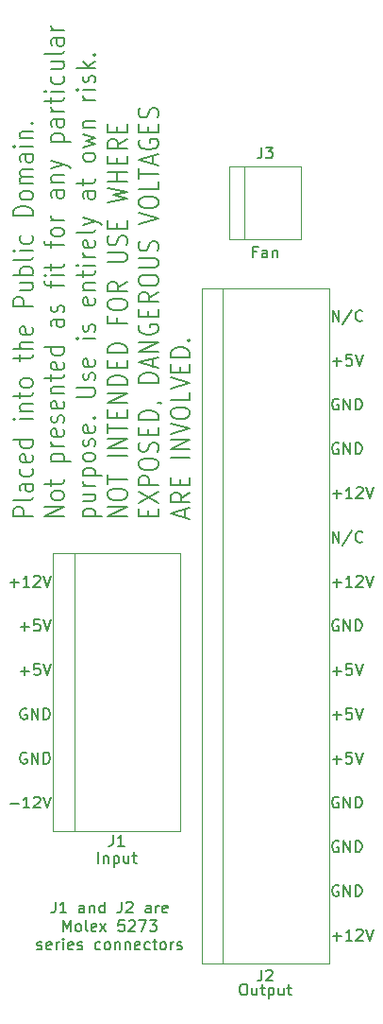
<source format=gto>
%TF.GenerationSoftware,KiCad,Pcbnew,(5.1.9)-1*%
%TF.CreationDate,2021-05-18T19:43:41+08:00*%
%TF.ProjectId,Tandy1000PowerGeneric,54616e64-7931-4303-9030-506f77657247,rev?*%
%TF.SameCoordinates,Original*%
%TF.FileFunction,Legend,Top*%
%TF.FilePolarity,Positive*%
%FSLAX46Y46*%
G04 Gerber Fmt 4.6, Leading zero omitted, Abs format (unit mm)*
G04 Created by KiCad (PCBNEW (5.1.9)-1) date 2021-05-18 19:43:41*
%MOMM*%
%LPD*%
G01*
G04 APERTURE LIST*
%ADD10C,0.150000*%
%ADD11C,0.200000*%
%ADD12C,0.120000*%
G04 APERTURE END LIST*
D10*
X154504047Y-127977380D02*
X154504047Y-128691666D01*
X154456428Y-128834523D01*
X154361190Y-128929761D01*
X154218333Y-128977380D01*
X154123095Y-128977380D01*
X155504047Y-128977380D02*
X154932619Y-128977380D01*
X155218333Y-128977380D02*
X155218333Y-127977380D01*
X155123095Y-128120238D01*
X155027857Y-128215476D01*
X154932619Y-128263095D01*
X157123095Y-128977380D02*
X157123095Y-128453571D01*
X157075476Y-128358333D01*
X156980238Y-128310714D01*
X156789761Y-128310714D01*
X156694523Y-128358333D01*
X157123095Y-128929761D02*
X157027857Y-128977380D01*
X156789761Y-128977380D01*
X156694523Y-128929761D01*
X156646904Y-128834523D01*
X156646904Y-128739285D01*
X156694523Y-128644047D01*
X156789761Y-128596428D01*
X157027857Y-128596428D01*
X157123095Y-128548809D01*
X157599285Y-128310714D02*
X157599285Y-128977380D01*
X157599285Y-128405952D02*
X157646904Y-128358333D01*
X157742142Y-128310714D01*
X157885000Y-128310714D01*
X157980238Y-128358333D01*
X158027857Y-128453571D01*
X158027857Y-128977380D01*
X158932619Y-128977380D02*
X158932619Y-127977380D01*
X158932619Y-128929761D02*
X158837380Y-128977380D01*
X158646904Y-128977380D01*
X158551666Y-128929761D01*
X158504047Y-128882142D01*
X158456428Y-128786904D01*
X158456428Y-128501190D01*
X158504047Y-128405952D01*
X158551666Y-128358333D01*
X158646904Y-128310714D01*
X158837380Y-128310714D01*
X158932619Y-128358333D01*
X160456428Y-127977380D02*
X160456428Y-128691666D01*
X160408809Y-128834523D01*
X160313571Y-128929761D01*
X160170714Y-128977380D01*
X160075476Y-128977380D01*
X160885000Y-128072619D02*
X160932619Y-128025000D01*
X161027857Y-127977380D01*
X161265952Y-127977380D01*
X161361190Y-128025000D01*
X161408809Y-128072619D01*
X161456428Y-128167857D01*
X161456428Y-128263095D01*
X161408809Y-128405952D01*
X160837380Y-128977380D01*
X161456428Y-128977380D01*
X163075476Y-128977380D02*
X163075476Y-128453571D01*
X163027857Y-128358333D01*
X162932619Y-128310714D01*
X162742142Y-128310714D01*
X162646904Y-128358333D01*
X163075476Y-128929761D02*
X162980238Y-128977380D01*
X162742142Y-128977380D01*
X162646904Y-128929761D01*
X162599285Y-128834523D01*
X162599285Y-128739285D01*
X162646904Y-128644047D01*
X162742142Y-128596428D01*
X162980238Y-128596428D01*
X163075476Y-128548809D01*
X163551666Y-128977380D02*
X163551666Y-128310714D01*
X163551666Y-128501190D02*
X163599285Y-128405952D01*
X163646904Y-128358333D01*
X163742142Y-128310714D01*
X163837380Y-128310714D01*
X164551666Y-128929761D02*
X164456428Y-128977380D01*
X164265952Y-128977380D01*
X164170714Y-128929761D01*
X164123095Y-128834523D01*
X164123095Y-128453571D01*
X164170714Y-128358333D01*
X164265952Y-128310714D01*
X164456428Y-128310714D01*
X164551666Y-128358333D01*
X164599285Y-128453571D01*
X164599285Y-128548809D01*
X164123095Y-128644047D01*
X155218333Y-130627380D02*
X155218333Y-129627380D01*
X155551666Y-130341666D01*
X155885000Y-129627380D01*
X155885000Y-130627380D01*
X156504047Y-130627380D02*
X156408809Y-130579761D01*
X156361190Y-130532142D01*
X156313571Y-130436904D01*
X156313571Y-130151190D01*
X156361190Y-130055952D01*
X156408809Y-130008333D01*
X156504047Y-129960714D01*
X156646904Y-129960714D01*
X156742142Y-130008333D01*
X156789761Y-130055952D01*
X156837380Y-130151190D01*
X156837380Y-130436904D01*
X156789761Y-130532142D01*
X156742142Y-130579761D01*
X156646904Y-130627380D01*
X156504047Y-130627380D01*
X157408809Y-130627380D02*
X157313571Y-130579761D01*
X157265952Y-130484523D01*
X157265952Y-129627380D01*
X158170714Y-130579761D02*
X158075476Y-130627380D01*
X157885000Y-130627380D01*
X157789761Y-130579761D01*
X157742142Y-130484523D01*
X157742142Y-130103571D01*
X157789761Y-130008333D01*
X157885000Y-129960714D01*
X158075476Y-129960714D01*
X158170714Y-130008333D01*
X158218333Y-130103571D01*
X158218333Y-130198809D01*
X157742142Y-130294047D01*
X158551666Y-130627380D02*
X159075476Y-129960714D01*
X158551666Y-129960714D02*
X159075476Y-130627380D01*
X160694523Y-129627380D02*
X160218333Y-129627380D01*
X160170714Y-130103571D01*
X160218333Y-130055952D01*
X160313571Y-130008333D01*
X160551666Y-130008333D01*
X160646904Y-130055952D01*
X160694523Y-130103571D01*
X160742142Y-130198809D01*
X160742142Y-130436904D01*
X160694523Y-130532142D01*
X160646904Y-130579761D01*
X160551666Y-130627380D01*
X160313571Y-130627380D01*
X160218333Y-130579761D01*
X160170714Y-130532142D01*
X161123095Y-129722619D02*
X161170714Y-129675000D01*
X161265952Y-129627380D01*
X161504047Y-129627380D01*
X161599285Y-129675000D01*
X161646904Y-129722619D01*
X161694523Y-129817857D01*
X161694523Y-129913095D01*
X161646904Y-130055952D01*
X161075476Y-130627380D01*
X161694523Y-130627380D01*
X162027857Y-129627380D02*
X162694523Y-129627380D01*
X162265952Y-130627380D01*
X162980238Y-129627380D02*
X163599285Y-129627380D01*
X163265952Y-130008333D01*
X163408809Y-130008333D01*
X163504047Y-130055952D01*
X163551666Y-130103571D01*
X163599285Y-130198809D01*
X163599285Y-130436904D01*
X163551666Y-130532142D01*
X163504047Y-130579761D01*
X163408809Y-130627380D01*
X163123095Y-130627380D01*
X163027857Y-130579761D01*
X162980238Y-130532142D01*
X152885000Y-132229761D02*
X152980238Y-132277380D01*
X153170714Y-132277380D01*
X153265952Y-132229761D01*
X153313571Y-132134523D01*
X153313571Y-132086904D01*
X153265952Y-131991666D01*
X153170714Y-131944047D01*
X153027857Y-131944047D01*
X152932619Y-131896428D01*
X152885000Y-131801190D01*
X152885000Y-131753571D01*
X152932619Y-131658333D01*
X153027857Y-131610714D01*
X153170714Y-131610714D01*
X153265952Y-131658333D01*
X154123095Y-132229761D02*
X154027857Y-132277380D01*
X153837380Y-132277380D01*
X153742142Y-132229761D01*
X153694523Y-132134523D01*
X153694523Y-131753571D01*
X153742142Y-131658333D01*
X153837380Y-131610714D01*
X154027857Y-131610714D01*
X154123095Y-131658333D01*
X154170714Y-131753571D01*
X154170714Y-131848809D01*
X153694523Y-131944047D01*
X154599285Y-132277380D02*
X154599285Y-131610714D01*
X154599285Y-131801190D02*
X154646904Y-131705952D01*
X154694523Y-131658333D01*
X154789761Y-131610714D01*
X154885000Y-131610714D01*
X155218333Y-132277380D02*
X155218333Y-131610714D01*
X155218333Y-131277380D02*
X155170714Y-131325000D01*
X155218333Y-131372619D01*
X155265952Y-131325000D01*
X155218333Y-131277380D01*
X155218333Y-131372619D01*
X156075476Y-132229761D02*
X155980238Y-132277380D01*
X155789761Y-132277380D01*
X155694523Y-132229761D01*
X155646904Y-132134523D01*
X155646904Y-131753571D01*
X155694523Y-131658333D01*
X155789761Y-131610714D01*
X155980238Y-131610714D01*
X156075476Y-131658333D01*
X156123095Y-131753571D01*
X156123095Y-131848809D01*
X155646904Y-131944047D01*
X156504047Y-132229761D02*
X156599285Y-132277380D01*
X156789761Y-132277380D01*
X156885000Y-132229761D01*
X156932619Y-132134523D01*
X156932619Y-132086904D01*
X156885000Y-131991666D01*
X156789761Y-131944047D01*
X156646904Y-131944047D01*
X156551666Y-131896428D01*
X156504047Y-131801190D01*
X156504047Y-131753571D01*
X156551666Y-131658333D01*
X156646904Y-131610714D01*
X156789761Y-131610714D01*
X156885000Y-131658333D01*
X158551666Y-132229761D02*
X158456428Y-132277380D01*
X158265952Y-132277380D01*
X158170714Y-132229761D01*
X158123095Y-132182142D01*
X158075476Y-132086904D01*
X158075476Y-131801190D01*
X158123095Y-131705952D01*
X158170714Y-131658333D01*
X158265952Y-131610714D01*
X158456428Y-131610714D01*
X158551666Y-131658333D01*
X159123095Y-132277380D02*
X159027857Y-132229761D01*
X158980238Y-132182142D01*
X158932619Y-132086904D01*
X158932619Y-131801190D01*
X158980238Y-131705952D01*
X159027857Y-131658333D01*
X159123095Y-131610714D01*
X159265952Y-131610714D01*
X159361190Y-131658333D01*
X159408809Y-131705952D01*
X159456428Y-131801190D01*
X159456428Y-132086904D01*
X159408809Y-132182142D01*
X159361190Y-132229761D01*
X159265952Y-132277380D01*
X159123095Y-132277380D01*
X159885000Y-131610714D02*
X159885000Y-132277380D01*
X159885000Y-131705952D02*
X159932619Y-131658333D01*
X160027857Y-131610714D01*
X160170714Y-131610714D01*
X160265952Y-131658333D01*
X160313571Y-131753571D01*
X160313571Y-132277380D01*
X160789761Y-131610714D02*
X160789761Y-132277380D01*
X160789761Y-131705952D02*
X160837380Y-131658333D01*
X160932619Y-131610714D01*
X161075476Y-131610714D01*
X161170714Y-131658333D01*
X161218333Y-131753571D01*
X161218333Y-132277380D01*
X162075476Y-132229761D02*
X161980238Y-132277380D01*
X161789761Y-132277380D01*
X161694523Y-132229761D01*
X161646904Y-132134523D01*
X161646904Y-131753571D01*
X161694523Y-131658333D01*
X161789761Y-131610714D01*
X161980238Y-131610714D01*
X162075476Y-131658333D01*
X162123095Y-131753571D01*
X162123095Y-131848809D01*
X161646904Y-131944047D01*
X162980238Y-132229761D02*
X162885000Y-132277380D01*
X162694523Y-132277380D01*
X162599285Y-132229761D01*
X162551666Y-132182142D01*
X162504047Y-132086904D01*
X162504047Y-131801190D01*
X162551666Y-131705952D01*
X162599285Y-131658333D01*
X162694523Y-131610714D01*
X162885000Y-131610714D01*
X162980238Y-131658333D01*
X163265952Y-131610714D02*
X163646904Y-131610714D01*
X163408809Y-131277380D02*
X163408809Y-132134523D01*
X163456428Y-132229761D01*
X163551666Y-132277380D01*
X163646904Y-132277380D01*
X164123095Y-132277380D02*
X164027857Y-132229761D01*
X163980238Y-132182142D01*
X163932619Y-132086904D01*
X163932619Y-131801190D01*
X163980238Y-131705952D01*
X164027857Y-131658333D01*
X164123095Y-131610714D01*
X164265952Y-131610714D01*
X164361190Y-131658333D01*
X164408809Y-131705952D01*
X164456428Y-131801190D01*
X164456428Y-132086904D01*
X164408809Y-132182142D01*
X164361190Y-132229761D01*
X164265952Y-132277380D01*
X164123095Y-132277380D01*
X164885000Y-132277380D02*
X164885000Y-131610714D01*
X164885000Y-131801190D02*
X164932619Y-131705952D01*
X164980238Y-131658333D01*
X165075476Y-131610714D01*
X165170714Y-131610714D01*
X165456428Y-132229761D02*
X165551666Y-132277380D01*
X165742142Y-132277380D01*
X165837380Y-132229761D01*
X165885000Y-132134523D01*
X165885000Y-132086904D01*
X165837380Y-131991666D01*
X165742142Y-131944047D01*
X165599285Y-131944047D01*
X165504047Y-131896428D01*
X165456428Y-131801190D01*
X165456428Y-131753571D01*
X165504047Y-131658333D01*
X165599285Y-131610714D01*
X165742142Y-131610714D01*
X165837380Y-131658333D01*
D11*
X152479166Y-93492857D02*
X150729166Y-93492857D01*
X150729166Y-92921428D01*
X150812500Y-92778571D01*
X150895833Y-92707142D01*
X151062500Y-92635714D01*
X151312500Y-92635714D01*
X151479166Y-92707142D01*
X151562500Y-92778571D01*
X151645833Y-92921428D01*
X151645833Y-93492857D01*
X152479166Y-91778571D02*
X152395833Y-91921428D01*
X152229166Y-91992857D01*
X150729166Y-91992857D01*
X152479166Y-90564285D02*
X151562500Y-90564285D01*
X151395833Y-90635714D01*
X151312500Y-90778571D01*
X151312500Y-91064285D01*
X151395833Y-91207142D01*
X152395833Y-90564285D02*
X152479166Y-90707142D01*
X152479166Y-91064285D01*
X152395833Y-91207142D01*
X152229166Y-91278571D01*
X152062500Y-91278571D01*
X151895833Y-91207142D01*
X151812500Y-91064285D01*
X151812500Y-90707142D01*
X151729166Y-90564285D01*
X152395833Y-89207142D02*
X152479166Y-89350000D01*
X152479166Y-89635714D01*
X152395833Y-89778571D01*
X152312500Y-89850000D01*
X152145833Y-89921428D01*
X151645833Y-89921428D01*
X151479166Y-89850000D01*
X151395833Y-89778571D01*
X151312500Y-89635714D01*
X151312500Y-89350000D01*
X151395833Y-89207142D01*
X152395833Y-87992857D02*
X152479166Y-88135714D01*
X152479166Y-88421428D01*
X152395833Y-88564285D01*
X152229166Y-88635714D01*
X151562500Y-88635714D01*
X151395833Y-88564285D01*
X151312500Y-88421428D01*
X151312500Y-88135714D01*
X151395833Y-87992857D01*
X151562500Y-87921428D01*
X151729166Y-87921428D01*
X151895833Y-88635714D01*
X152479166Y-86635714D02*
X150729166Y-86635714D01*
X152395833Y-86635714D02*
X152479166Y-86778571D01*
X152479166Y-87064285D01*
X152395833Y-87207142D01*
X152312500Y-87278571D01*
X152145833Y-87350000D01*
X151645833Y-87350000D01*
X151479166Y-87278571D01*
X151395833Y-87207142D01*
X151312500Y-87064285D01*
X151312500Y-86778571D01*
X151395833Y-86635714D01*
X152479166Y-84778571D02*
X151312500Y-84778571D01*
X150729166Y-84778571D02*
X150812500Y-84850000D01*
X150895833Y-84778571D01*
X150812500Y-84707142D01*
X150729166Y-84778571D01*
X150895833Y-84778571D01*
X151312500Y-84064285D02*
X152479166Y-84064285D01*
X151479166Y-84064285D02*
X151395833Y-83992857D01*
X151312500Y-83850000D01*
X151312500Y-83635714D01*
X151395833Y-83492857D01*
X151562500Y-83421428D01*
X152479166Y-83421428D01*
X151312500Y-82921428D02*
X151312500Y-82350000D01*
X150729166Y-82707142D02*
X152229166Y-82707142D01*
X152395833Y-82635714D01*
X152479166Y-82492857D01*
X152479166Y-82350000D01*
X152479166Y-81635714D02*
X152395833Y-81778571D01*
X152312500Y-81850000D01*
X152145833Y-81921428D01*
X151645833Y-81921428D01*
X151479166Y-81850000D01*
X151395833Y-81778571D01*
X151312500Y-81635714D01*
X151312500Y-81421428D01*
X151395833Y-81278571D01*
X151479166Y-81207142D01*
X151645833Y-81135714D01*
X152145833Y-81135714D01*
X152312500Y-81207142D01*
X152395833Y-81278571D01*
X152479166Y-81421428D01*
X152479166Y-81635714D01*
X151312500Y-79564285D02*
X151312500Y-78992857D01*
X150729166Y-79350000D02*
X152229166Y-79350000D01*
X152395833Y-79278571D01*
X152479166Y-79135714D01*
X152479166Y-78992857D01*
X152479166Y-78492857D02*
X150729166Y-78492857D01*
X152479166Y-77850000D02*
X151562500Y-77850000D01*
X151395833Y-77921428D01*
X151312500Y-78064285D01*
X151312500Y-78278571D01*
X151395833Y-78421428D01*
X151479166Y-78492857D01*
X152395833Y-76564285D02*
X152479166Y-76707142D01*
X152479166Y-76992857D01*
X152395833Y-77135714D01*
X152229166Y-77207142D01*
X151562500Y-77207142D01*
X151395833Y-77135714D01*
X151312500Y-76992857D01*
X151312500Y-76707142D01*
X151395833Y-76564285D01*
X151562500Y-76492857D01*
X151729166Y-76492857D01*
X151895833Y-77207142D01*
X152479166Y-74707142D02*
X150729166Y-74707142D01*
X150729166Y-74135714D01*
X150812500Y-73992857D01*
X150895833Y-73921428D01*
X151062500Y-73850000D01*
X151312500Y-73850000D01*
X151479166Y-73921428D01*
X151562500Y-73992857D01*
X151645833Y-74135714D01*
X151645833Y-74707142D01*
X151312500Y-72564285D02*
X152479166Y-72564285D01*
X151312500Y-73207142D02*
X152229166Y-73207142D01*
X152395833Y-73135714D01*
X152479166Y-72992857D01*
X152479166Y-72778571D01*
X152395833Y-72635714D01*
X152312500Y-72564285D01*
X152479166Y-71850000D02*
X150729166Y-71850000D01*
X151395833Y-71850000D02*
X151312500Y-71707142D01*
X151312500Y-71421428D01*
X151395833Y-71278571D01*
X151479166Y-71207142D01*
X151645833Y-71135714D01*
X152145833Y-71135714D01*
X152312500Y-71207142D01*
X152395833Y-71278571D01*
X152479166Y-71421428D01*
X152479166Y-71707142D01*
X152395833Y-71850000D01*
X152479166Y-70278571D02*
X152395833Y-70421428D01*
X152229166Y-70492857D01*
X150729166Y-70492857D01*
X152479166Y-69707142D02*
X151312500Y-69707142D01*
X150729166Y-69707142D02*
X150812500Y-69778571D01*
X150895833Y-69707142D01*
X150812500Y-69635714D01*
X150729166Y-69707142D01*
X150895833Y-69707142D01*
X152395833Y-68350000D02*
X152479166Y-68492857D01*
X152479166Y-68778571D01*
X152395833Y-68921428D01*
X152312500Y-68992857D01*
X152145833Y-69064285D01*
X151645833Y-69064285D01*
X151479166Y-68992857D01*
X151395833Y-68921428D01*
X151312500Y-68778571D01*
X151312500Y-68492857D01*
X151395833Y-68350000D01*
X152479166Y-66564285D02*
X150729166Y-66564285D01*
X150729166Y-66207142D01*
X150812500Y-65992857D01*
X150979166Y-65850000D01*
X151145833Y-65778571D01*
X151479166Y-65707142D01*
X151729166Y-65707142D01*
X152062500Y-65778571D01*
X152229166Y-65850000D01*
X152395833Y-65992857D01*
X152479166Y-66207142D01*
X152479166Y-66564285D01*
X152479166Y-64850000D02*
X152395833Y-64992857D01*
X152312500Y-65064285D01*
X152145833Y-65135714D01*
X151645833Y-65135714D01*
X151479166Y-65064285D01*
X151395833Y-64992857D01*
X151312500Y-64850000D01*
X151312500Y-64635714D01*
X151395833Y-64492857D01*
X151479166Y-64421428D01*
X151645833Y-64350000D01*
X152145833Y-64350000D01*
X152312500Y-64421428D01*
X152395833Y-64492857D01*
X152479166Y-64635714D01*
X152479166Y-64850000D01*
X152479166Y-63707142D02*
X151312500Y-63707142D01*
X151479166Y-63707142D02*
X151395833Y-63635714D01*
X151312500Y-63492857D01*
X151312500Y-63278571D01*
X151395833Y-63135714D01*
X151562500Y-63064285D01*
X152479166Y-63064285D01*
X151562500Y-63064285D02*
X151395833Y-62992857D01*
X151312500Y-62850000D01*
X151312500Y-62635714D01*
X151395833Y-62492857D01*
X151562500Y-62421428D01*
X152479166Y-62421428D01*
X152479166Y-61064285D02*
X151562500Y-61064285D01*
X151395833Y-61135714D01*
X151312500Y-61278571D01*
X151312500Y-61564285D01*
X151395833Y-61707142D01*
X152395833Y-61064285D02*
X152479166Y-61207142D01*
X152479166Y-61564285D01*
X152395833Y-61707142D01*
X152229166Y-61778571D01*
X152062500Y-61778571D01*
X151895833Y-61707142D01*
X151812500Y-61564285D01*
X151812500Y-61207142D01*
X151729166Y-61064285D01*
X152479166Y-60350000D02*
X151312500Y-60350000D01*
X150729166Y-60350000D02*
X150812500Y-60421428D01*
X150895833Y-60350000D01*
X150812500Y-60278571D01*
X150729166Y-60350000D01*
X150895833Y-60350000D01*
X151312500Y-59635714D02*
X152479166Y-59635714D01*
X151479166Y-59635714D02*
X151395833Y-59564285D01*
X151312500Y-59421428D01*
X151312500Y-59207142D01*
X151395833Y-59064285D01*
X151562500Y-58992857D01*
X152479166Y-58992857D01*
X152312500Y-58278571D02*
X152395833Y-58207142D01*
X152479166Y-58278571D01*
X152395833Y-58350000D01*
X152312500Y-58278571D01*
X152479166Y-58278571D01*
X155304166Y-93492857D02*
X153554166Y-93492857D01*
X155304166Y-92635714D01*
X153554166Y-92635714D01*
X155304166Y-91707142D02*
X155220833Y-91850000D01*
X155137500Y-91921428D01*
X154970833Y-91992857D01*
X154470833Y-91992857D01*
X154304166Y-91921428D01*
X154220833Y-91850000D01*
X154137500Y-91707142D01*
X154137500Y-91492857D01*
X154220833Y-91350000D01*
X154304166Y-91278571D01*
X154470833Y-91207142D01*
X154970833Y-91207142D01*
X155137500Y-91278571D01*
X155220833Y-91350000D01*
X155304166Y-91492857D01*
X155304166Y-91707142D01*
X154137500Y-90778571D02*
X154137500Y-90207142D01*
X153554166Y-90564285D02*
X155054166Y-90564285D01*
X155220833Y-90492857D01*
X155304166Y-90350000D01*
X155304166Y-90207142D01*
X154137500Y-88564285D02*
X155887500Y-88564285D01*
X154220833Y-88564285D02*
X154137500Y-88421428D01*
X154137500Y-88135714D01*
X154220833Y-87992857D01*
X154304166Y-87921428D01*
X154470833Y-87850000D01*
X154970833Y-87850000D01*
X155137500Y-87921428D01*
X155220833Y-87992857D01*
X155304166Y-88135714D01*
X155304166Y-88421428D01*
X155220833Y-88564285D01*
X155304166Y-87207142D02*
X154137500Y-87207142D01*
X154470833Y-87207142D02*
X154304166Y-87135714D01*
X154220833Y-87064285D01*
X154137500Y-86921428D01*
X154137500Y-86778571D01*
X155220833Y-85707142D02*
X155304166Y-85850000D01*
X155304166Y-86135714D01*
X155220833Y-86278571D01*
X155054166Y-86350000D01*
X154387500Y-86350000D01*
X154220833Y-86278571D01*
X154137500Y-86135714D01*
X154137500Y-85850000D01*
X154220833Y-85707142D01*
X154387500Y-85635714D01*
X154554166Y-85635714D01*
X154720833Y-86350000D01*
X155220833Y-85064285D02*
X155304166Y-84921428D01*
X155304166Y-84635714D01*
X155220833Y-84492857D01*
X155054166Y-84421428D01*
X154970833Y-84421428D01*
X154804166Y-84492857D01*
X154720833Y-84635714D01*
X154720833Y-84850000D01*
X154637500Y-84992857D01*
X154470833Y-85064285D01*
X154387500Y-85064285D01*
X154220833Y-84992857D01*
X154137500Y-84850000D01*
X154137500Y-84635714D01*
X154220833Y-84492857D01*
X155220833Y-83207142D02*
X155304166Y-83350000D01*
X155304166Y-83635714D01*
X155220833Y-83778571D01*
X155054166Y-83850000D01*
X154387500Y-83850000D01*
X154220833Y-83778571D01*
X154137500Y-83635714D01*
X154137500Y-83350000D01*
X154220833Y-83207142D01*
X154387500Y-83135714D01*
X154554166Y-83135714D01*
X154720833Y-83850000D01*
X154137500Y-82492857D02*
X155304166Y-82492857D01*
X154304166Y-82492857D02*
X154220833Y-82421428D01*
X154137500Y-82278571D01*
X154137500Y-82064285D01*
X154220833Y-81921428D01*
X154387500Y-81850000D01*
X155304166Y-81850000D01*
X154137500Y-81350000D02*
X154137500Y-80778571D01*
X153554166Y-81135714D02*
X155054166Y-81135714D01*
X155220833Y-81064285D01*
X155304166Y-80921428D01*
X155304166Y-80778571D01*
X155220833Y-79707142D02*
X155304166Y-79850000D01*
X155304166Y-80135714D01*
X155220833Y-80278571D01*
X155054166Y-80350000D01*
X154387500Y-80350000D01*
X154220833Y-80278571D01*
X154137500Y-80135714D01*
X154137500Y-79850000D01*
X154220833Y-79707142D01*
X154387500Y-79635714D01*
X154554166Y-79635714D01*
X154720833Y-80350000D01*
X155304166Y-78350000D02*
X153554166Y-78350000D01*
X155220833Y-78350000D02*
X155304166Y-78492857D01*
X155304166Y-78778571D01*
X155220833Y-78921428D01*
X155137500Y-78992857D01*
X154970833Y-79064285D01*
X154470833Y-79064285D01*
X154304166Y-78992857D01*
X154220833Y-78921428D01*
X154137500Y-78778571D01*
X154137500Y-78492857D01*
X154220833Y-78350000D01*
X155304166Y-75850000D02*
X154387500Y-75850000D01*
X154220833Y-75921428D01*
X154137500Y-76064285D01*
X154137500Y-76350000D01*
X154220833Y-76492857D01*
X155220833Y-75850000D02*
X155304166Y-75992857D01*
X155304166Y-76350000D01*
X155220833Y-76492857D01*
X155054166Y-76564285D01*
X154887500Y-76564285D01*
X154720833Y-76492857D01*
X154637500Y-76350000D01*
X154637500Y-75992857D01*
X154554166Y-75850000D01*
X155220833Y-75207142D02*
X155304166Y-75064285D01*
X155304166Y-74778571D01*
X155220833Y-74635714D01*
X155054166Y-74564285D01*
X154970833Y-74564285D01*
X154804166Y-74635714D01*
X154720833Y-74778571D01*
X154720833Y-74992857D01*
X154637500Y-75135714D01*
X154470833Y-75207142D01*
X154387500Y-75207142D01*
X154220833Y-75135714D01*
X154137500Y-74992857D01*
X154137500Y-74778571D01*
X154220833Y-74635714D01*
X154137500Y-72992857D02*
X154137500Y-72421428D01*
X155304166Y-72778571D02*
X153804166Y-72778571D01*
X153637500Y-72707142D01*
X153554166Y-72564285D01*
X153554166Y-72421428D01*
X155304166Y-71921428D02*
X154137500Y-71921428D01*
X153554166Y-71921428D02*
X153637500Y-71992857D01*
X153720833Y-71921428D01*
X153637500Y-71850000D01*
X153554166Y-71921428D01*
X153720833Y-71921428D01*
X154137500Y-71421428D02*
X154137500Y-70850000D01*
X153554166Y-71207142D02*
X155054166Y-71207142D01*
X155220833Y-71135714D01*
X155304166Y-70992857D01*
X155304166Y-70850000D01*
X154137500Y-69421428D02*
X154137500Y-68850000D01*
X155304166Y-69207142D02*
X153804166Y-69207142D01*
X153637500Y-69135714D01*
X153554166Y-68992857D01*
X153554166Y-68850000D01*
X155304166Y-68135714D02*
X155220833Y-68278571D01*
X155137500Y-68350000D01*
X154970833Y-68421428D01*
X154470833Y-68421428D01*
X154304166Y-68350000D01*
X154220833Y-68278571D01*
X154137500Y-68135714D01*
X154137500Y-67921428D01*
X154220833Y-67778571D01*
X154304166Y-67707142D01*
X154470833Y-67635714D01*
X154970833Y-67635714D01*
X155137500Y-67707142D01*
X155220833Y-67778571D01*
X155304166Y-67921428D01*
X155304166Y-68135714D01*
X155304166Y-66992857D02*
X154137500Y-66992857D01*
X154470833Y-66992857D02*
X154304166Y-66921428D01*
X154220833Y-66850000D01*
X154137500Y-66707142D01*
X154137500Y-66564285D01*
X155304166Y-64278571D02*
X154387500Y-64278571D01*
X154220833Y-64350000D01*
X154137500Y-64492857D01*
X154137500Y-64778571D01*
X154220833Y-64921428D01*
X155220833Y-64278571D02*
X155304166Y-64421428D01*
X155304166Y-64778571D01*
X155220833Y-64921428D01*
X155054166Y-64992857D01*
X154887500Y-64992857D01*
X154720833Y-64921428D01*
X154637500Y-64778571D01*
X154637500Y-64421428D01*
X154554166Y-64278571D01*
X154137500Y-63564285D02*
X155304166Y-63564285D01*
X154304166Y-63564285D02*
X154220833Y-63492857D01*
X154137500Y-63350000D01*
X154137500Y-63135714D01*
X154220833Y-62992857D01*
X154387500Y-62921428D01*
X155304166Y-62921428D01*
X154137500Y-62350000D02*
X155304166Y-61992857D01*
X154137500Y-61635714D02*
X155304166Y-61992857D01*
X155720833Y-62135714D01*
X155804166Y-62207142D01*
X155887500Y-62350000D01*
X154137500Y-59921428D02*
X155887500Y-59921428D01*
X154220833Y-59921428D02*
X154137500Y-59778571D01*
X154137500Y-59492857D01*
X154220833Y-59350000D01*
X154304166Y-59278571D01*
X154470833Y-59207142D01*
X154970833Y-59207142D01*
X155137500Y-59278571D01*
X155220833Y-59350000D01*
X155304166Y-59492857D01*
X155304166Y-59778571D01*
X155220833Y-59921428D01*
X155304166Y-57921428D02*
X154387500Y-57921428D01*
X154220833Y-57992857D01*
X154137500Y-58135714D01*
X154137500Y-58421428D01*
X154220833Y-58564285D01*
X155220833Y-57921428D02*
X155304166Y-58064285D01*
X155304166Y-58421428D01*
X155220833Y-58564285D01*
X155054166Y-58635714D01*
X154887500Y-58635714D01*
X154720833Y-58564285D01*
X154637500Y-58421428D01*
X154637500Y-58064285D01*
X154554166Y-57921428D01*
X155304166Y-57207142D02*
X154137500Y-57207142D01*
X154470833Y-57207142D02*
X154304166Y-57135714D01*
X154220833Y-57064285D01*
X154137500Y-56921428D01*
X154137500Y-56778571D01*
X154137500Y-56492857D02*
X154137500Y-55921428D01*
X153554166Y-56278571D02*
X155054166Y-56278571D01*
X155220833Y-56207142D01*
X155304166Y-56064285D01*
X155304166Y-55921428D01*
X155304166Y-55421428D02*
X154137500Y-55421428D01*
X153554166Y-55421428D02*
X153637500Y-55492857D01*
X153720833Y-55421428D01*
X153637500Y-55350000D01*
X153554166Y-55421428D01*
X153720833Y-55421428D01*
X155220833Y-54064285D02*
X155304166Y-54207142D01*
X155304166Y-54492857D01*
X155220833Y-54635714D01*
X155137500Y-54707142D01*
X154970833Y-54778571D01*
X154470833Y-54778571D01*
X154304166Y-54707142D01*
X154220833Y-54635714D01*
X154137500Y-54492857D01*
X154137500Y-54207142D01*
X154220833Y-54064285D01*
X154137500Y-52778571D02*
X155304166Y-52778571D01*
X154137500Y-53421428D02*
X155054166Y-53421428D01*
X155220833Y-53350000D01*
X155304166Y-53207142D01*
X155304166Y-52992857D01*
X155220833Y-52850000D01*
X155137500Y-52778571D01*
X155304166Y-51850000D02*
X155220833Y-51992857D01*
X155054166Y-52064285D01*
X153554166Y-52064285D01*
X155304166Y-50635714D02*
X154387500Y-50635714D01*
X154220833Y-50707142D01*
X154137500Y-50850000D01*
X154137500Y-51135714D01*
X154220833Y-51278571D01*
X155220833Y-50635714D02*
X155304166Y-50778571D01*
X155304166Y-51135714D01*
X155220833Y-51278571D01*
X155054166Y-51350000D01*
X154887500Y-51350000D01*
X154720833Y-51278571D01*
X154637500Y-51135714D01*
X154637500Y-50778571D01*
X154554166Y-50635714D01*
X155304166Y-49921428D02*
X154137500Y-49921428D01*
X154470833Y-49921428D02*
X154304166Y-49850000D01*
X154220833Y-49778571D01*
X154137500Y-49635714D01*
X154137500Y-49492857D01*
X156962500Y-93492857D02*
X158712500Y-93492857D01*
X157045833Y-93492857D02*
X156962500Y-93350000D01*
X156962500Y-93064285D01*
X157045833Y-92921428D01*
X157129166Y-92850000D01*
X157295833Y-92778571D01*
X157795833Y-92778571D01*
X157962500Y-92850000D01*
X158045833Y-92921428D01*
X158129166Y-93064285D01*
X158129166Y-93350000D01*
X158045833Y-93492857D01*
X156962500Y-91492857D02*
X158129166Y-91492857D01*
X156962500Y-92135714D02*
X157879166Y-92135714D01*
X158045833Y-92064285D01*
X158129166Y-91921428D01*
X158129166Y-91707142D01*
X158045833Y-91564285D01*
X157962500Y-91492857D01*
X158129166Y-90778571D02*
X156962500Y-90778571D01*
X157295833Y-90778571D02*
X157129166Y-90707142D01*
X157045833Y-90635714D01*
X156962500Y-90492857D01*
X156962500Y-90350000D01*
X156962500Y-89850000D02*
X158712500Y-89850000D01*
X157045833Y-89850000D02*
X156962500Y-89707142D01*
X156962500Y-89421428D01*
X157045833Y-89278571D01*
X157129166Y-89207142D01*
X157295833Y-89135714D01*
X157795833Y-89135714D01*
X157962500Y-89207142D01*
X158045833Y-89278571D01*
X158129166Y-89421428D01*
X158129166Y-89707142D01*
X158045833Y-89850000D01*
X158129166Y-88278571D02*
X158045833Y-88421428D01*
X157962500Y-88492857D01*
X157795833Y-88564285D01*
X157295833Y-88564285D01*
X157129166Y-88492857D01*
X157045833Y-88421428D01*
X156962500Y-88278571D01*
X156962500Y-88064285D01*
X157045833Y-87921428D01*
X157129166Y-87850000D01*
X157295833Y-87778571D01*
X157795833Y-87778571D01*
X157962500Y-87850000D01*
X158045833Y-87921428D01*
X158129166Y-88064285D01*
X158129166Y-88278571D01*
X158045833Y-87207142D02*
X158129166Y-87064285D01*
X158129166Y-86778571D01*
X158045833Y-86635714D01*
X157879166Y-86564285D01*
X157795833Y-86564285D01*
X157629166Y-86635714D01*
X157545833Y-86778571D01*
X157545833Y-86992857D01*
X157462500Y-87135714D01*
X157295833Y-87207142D01*
X157212500Y-87207142D01*
X157045833Y-87135714D01*
X156962500Y-86992857D01*
X156962500Y-86778571D01*
X157045833Y-86635714D01*
X158045833Y-85350000D02*
X158129166Y-85492857D01*
X158129166Y-85778571D01*
X158045833Y-85921428D01*
X157879166Y-85992857D01*
X157212500Y-85992857D01*
X157045833Y-85921428D01*
X156962500Y-85778571D01*
X156962500Y-85492857D01*
X157045833Y-85350000D01*
X157212500Y-85278571D01*
X157379166Y-85278571D01*
X157545833Y-85992857D01*
X157962500Y-84635714D02*
X158045833Y-84564285D01*
X158129166Y-84635714D01*
X158045833Y-84707142D01*
X157962500Y-84635714D01*
X158129166Y-84635714D01*
X156379166Y-82778571D02*
X157795833Y-82778571D01*
X157962500Y-82707142D01*
X158045833Y-82635714D01*
X158129166Y-82492857D01*
X158129166Y-82207142D01*
X158045833Y-82064285D01*
X157962500Y-81992857D01*
X157795833Y-81921428D01*
X156379166Y-81921428D01*
X158045833Y-81278571D02*
X158129166Y-81135714D01*
X158129166Y-80850000D01*
X158045833Y-80707142D01*
X157879166Y-80635714D01*
X157795833Y-80635714D01*
X157629166Y-80707142D01*
X157545833Y-80850000D01*
X157545833Y-81064285D01*
X157462500Y-81207142D01*
X157295833Y-81278571D01*
X157212500Y-81278571D01*
X157045833Y-81207142D01*
X156962500Y-81064285D01*
X156962500Y-80850000D01*
X157045833Y-80707142D01*
X158045833Y-79421428D02*
X158129166Y-79564285D01*
X158129166Y-79850000D01*
X158045833Y-79992857D01*
X157879166Y-80064285D01*
X157212500Y-80064285D01*
X157045833Y-79992857D01*
X156962500Y-79850000D01*
X156962500Y-79564285D01*
X157045833Y-79421428D01*
X157212500Y-79350000D01*
X157379166Y-79350000D01*
X157545833Y-80064285D01*
X158129166Y-77564285D02*
X156962500Y-77564285D01*
X156379166Y-77564285D02*
X156462500Y-77635714D01*
X156545833Y-77564285D01*
X156462500Y-77492857D01*
X156379166Y-77564285D01*
X156545833Y-77564285D01*
X158045833Y-76921428D02*
X158129166Y-76778571D01*
X158129166Y-76492857D01*
X158045833Y-76350000D01*
X157879166Y-76278571D01*
X157795833Y-76278571D01*
X157629166Y-76350000D01*
X157545833Y-76492857D01*
X157545833Y-76707142D01*
X157462500Y-76850000D01*
X157295833Y-76921428D01*
X157212500Y-76921428D01*
X157045833Y-76850000D01*
X156962500Y-76707142D01*
X156962500Y-76492857D01*
X157045833Y-76350000D01*
X158045833Y-73921428D02*
X158129166Y-74064285D01*
X158129166Y-74350000D01*
X158045833Y-74492857D01*
X157879166Y-74564285D01*
X157212500Y-74564285D01*
X157045833Y-74492857D01*
X156962500Y-74350000D01*
X156962500Y-74064285D01*
X157045833Y-73921428D01*
X157212500Y-73850000D01*
X157379166Y-73850000D01*
X157545833Y-74564285D01*
X156962500Y-73207142D02*
X158129166Y-73207142D01*
X157129166Y-73207142D02*
X157045833Y-73135714D01*
X156962500Y-72992857D01*
X156962500Y-72778571D01*
X157045833Y-72635714D01*
X157212500Y-72564285D01*
X158129166Y-72564285D01*
X156962500Y-72064285D02*
X156962500Y-71492857D01*
X156379166Y-71850000D02*
X157879166Y-71850000D01*
X158045833Y-71778571D01*
X158129166Y-71635714D01*
X158129166Y-71492857D01*
X158129166Y-70992857D02*
X156962500Y-70992857D01*
X156379166Y-70992857D02*
X156462500Y-71064285D01*
X156545833Y-70992857D01*
X156462500Y-70921428D01*
X156379166Y-70992857D01*
X156545833Y-70992857D01*
X158129166Y-70278571D02*
X156962500Y-70278571D01*
X157295833Y-70278571D02*
X157129166Y-70207142D01*
X157045833Y-70135714D01*
X156962500Y-69992857D01*
X156962500Y-69850000D01*
X158045833Y-68778571D02*
X158129166Y-68921428D01*
X158129166Y-69207142D01*
X158045833Y-69350000D01*
X157879166Y-69421428D01*
X157212500Y-69421428D01*
X157045833Y-69350000D01*
X156962500Y-69207142D01*
X156962500Y-68921428D01*
X157045833Y-68778571D01*
X157212500Y-68707142D01*
X157379166Y-68707142D01*
X157545833Y-69421428D01*
X158129166Y-67850000D02*
X158045833Y-67992857D01*
X157879166Y-68064285D01*
X156379166Y-68064285D01*
X156962500Y-67421428D02*
X158129166Y-67064285D01*
X156962500Y-66707142D02*
X158129166Y-67064285D01*
X158545833Y-67207142D01*
X158629166Y-67278571D01*
X158712500Y-67421428D01*
X158129166Y-64350000D02*
X157212500Y-64350000D01*
X157045833Y-64421428D01*
X156962500Y-64564285D01*
X156962500Y-64850000D01*
X157045833Y-64992857D01*
X158045833Y-64350000D02*
X158129166Y-64492857D01*
X158129166Y-64850000D01*
X158045833Y-64992857D01*
X157879166Y-65064285D01*
X157712500Y-65064285D01*
X157545833Y-64992857D01*
X157462500Y-64850000D01*
X157462500Y-64492857D01*
X157379166Y-64350000D01*
X156962500Y-63850000D02*
X156962500Y-63278571D01*
X156379166Y-63635714D02*
X157879166Y-63635714D01*
X158045833Y-63564285D01*
X158129166Y-63421428D01*
X158129166Y-63278571D01*
X158129166Y-61421428D02*
X158045833Y-61564285D01*
X157962500Y-61635714D01*
X157795833Y-61707142D01*
X157295833Y-61707142D01*
X157129166Y-61635714D01*
X157045833Y-61564285D01*
X156962500Y-61421428D01*
X156962500Y-61207142D01*
X157045833Y-61064285D01*
X157129166Y-60992857D01*
X157295833Y-60921428D01*
X157795833Y-60921428D01*
X157962500Y-60992857D01*
X158045833Y-61064285D01*
X158129166Y-61207142D01*
X158129166Y-61421428D01*
X156962500Y-60421428D02*
X158129166Y-60135714D01*
X157295833Y-59850000D01*
X158129166Y-59564285D01*
X156962500Y-59278571D01*
X156962500Y-58707142D02*
X158129166Y-58707142D01*
X157129166Y-58707142D02*
X157045833Y-58635714D01*
X156962500Y-58492857D01*
X156962500Y-58278571D01*
X157045833Y-58135714D01*
X157212500Y-58064285D01*
X158129166Y-58064285D01*
X158129166Y-56207142D02*
X156962500Y-56207142D01*
X157295833Y-56207142D02*
X157129166Y-56135714D01*
X157045833Y-56064285D01*
X156962500Y-55921428D01*
X156962500Y-55778571D01*
X158129166Y-55278571D02*
X156962500Y-55278571D01*
X156379166Y-55278571D02*
X156462500Y-55350000D01*
X156545833Y-55278571D01*
X156462500Y-55207142D01*
X156379166Y-55278571D01*
X156545833Y-55278571D01*
X158045833Y-54635714D02*
X158129166Y-54492857D01*
X158129166Y-54207142D01*
X158045833Y-54064285D01*
X157879166Y-53992857D01*
X157795833Y-53992857D01*
X157629166Y-54064285D01*
X157545833Y-54207142D01*
X157545833Y-54421428D01*
X157462500Y-54564285D01*
X157295833Y-54635714D01*
X157212500Y-54635714D01*
X157045833Y-54564285D01*
X156962500Y-54421428D01*
X156962500Y-54207142D01*
X157045833Y-54064285D01*
X158129166Y-53350000D02*
X156379166Y-53350000D01*
X157462500Y-53207142D02*
X158129166Y-52778571D01*
X156962500Y-52778571D02*
X157629166Y-53350000D01*
X157962500Y-52135714D02*
X158045833Y-52064285D01*
X158129166Y-52135714D01*
X158045833Y-52207142D01*
X157962500Y-52135714D01*
X158129166Y-52135714D01*
X160954166Y-93492857D02*
X159204166Y-93492857D01*
X160954166Y-92635714D01*
X159204166Y-92635714D01*
X159204166Y-91635714D02*
X159204166Y-91350000D01*
X159287500Y-91207142D01*
X159454166Y-91064285D01*
X159787500Y-90992857D01*
X160370833Y-90992857D01*
X160704166Y-91064285D01*
X160870833Y-91207142D01*
X160954166Y-91350000D01*
X160954166Y-91635714D01*
X160870833Y-91778571D01*
X160704166Y-91921428D01*
X160370833Y-91992857D01*
X159787500Y-91992857D01*
X159454166Y-91921428D01*
X159287500Y-91778571D01*
X159204166Y-91635714D01*
X159204166Y-90564285D02*
X159204166Y-89707142D01*
X160954166Y-90135714D02*
X159204166Y-90135714D01*
X160954166Y-88064285D02*
X159204166Y-88064285D01*
X160954166Y-87350000D02*
X159204166Y-87350000D01*
X160954166Y-86492857D01*
X159204166Y-86492857D01*
X159204166Y-85992857D02*
X159204166Y-85135714D01*
X160954166Y-85564285D02*
X159204166Y-85564285D01*
X160037500Y-84635714D02*
X160037500Y-84135714D01*
X160954166Y-83921428D02*
X160954166Y-84635714D01*
X159204166Y-84635714D01*
X159204166Y-83921428D01*
X160954166Y-83278571D02*
X159204166Y-83278571D01*
X160954166Y-82421428D01*
X159204166Y-82421428D01*
X160954166Y-81707142D02*
X159204166Y-81707142D01*
X159204166Y-81350000D01*
X159287500Y-81135714D01*
X159454166Y-80992857D01*
X159620833Y-80921428D01*
X159954166Y-80850000D01*
X160204166Y-80850000D01*
X160537500Y-80921428D01*
X160704166Y-80992857D01*
X160870833Y-81135714D01*
X160954166Y-81350000D01*
X160954166Y-81707142D01*
X160037500Y-80207142D02*
X160037500Y-79707142D01*
X160954166Y-79492857D02*
X160954166Y-80207142D01*
X159204166Y-80207142D01*
X159204166Y-79492857D01*
X160954166Y-78850000D02*
X159204166Y-78850000D01*
X159204166Y-78492857D01*
X159287500Y-78278571D01*
X159454166Y-78135714D01*
X159620833Y-78064285D01*
X159954166Y-77992857D01*
X160204166Y-77992857D01*
X160537500Y-78064285D01*
X160704166Y-78135714D01*
X160870833Y-78278571D01*
X160954166Y-78492857D01*
X160954166Y-78850000D01*
X160037500Y-75707142D02*
X160037500Y-76207142D01*
X160954166Y-76207142D02*
X159204166Y-76207142D01*
X159204166Y-75492857D01*
X159204166Y-74635714D02*
X159204166Y-74350000D01*
X159287500Y-74207142D01*
X159454166Y-74064285D01*
X159787500Y-73992857D01*
X160370833Y-73992857D01*
X160704166Y-74064285D01*
X160870833Y-74207142D01*
X160954166Y-74350000D01*
X160954166Y-74635714D01*
X160870833Y-74778571D01*
X160704166Y-74921428D01*
X160370833Y-74992857D01*
X159787500Y-74992857D01*
X159454166Y-74921428D01*
X159287500Y-74778571D01*
X159204166Y-74635714D01*
X160954166Y-72492857D02*
X160120833Y-72992857D01*
X160954166Y-73350000D02*
X159204166Y-73350000D01*
X159204166Y-72778571D01*
X159287500Y-72635714D01*
X159370833Y-72564285D01*
X159537500Y-72492857D01*
X159787500Y-72492857D01*
X159954166Y-72564285D01*
X160037500Y-72635714D01*
X160120833Y-72778571D01*
X160120833Y-73350000D01*
X159204166Y-70707142D02*
X160620833Y-70707142D01*
X160787500Y-70635714D01*
X160870833Y-70564285D01*
X160954166Y-70421428D01*
X160954166Y-70135714D01*
X160870833Y-69992857D01*
X160787500Y-69921428D01*
X160620833Y-69850000D01*
X159204166Y-69850000D01*
X160870833Y-69207142D02*
X160954166Y-68992857D01*
X160954166Y-68635714D01*
X160870833Y-68492857D01*
X160787500Y-68421428D01*
X160620833Y-68350000D01*
X160454166Y-68350000D01*
X160287500Y-68421428D01*
X160204166Y-68492857D01*
X160120833Y-68635714D01*
X160037500Y-68921428D01*
X159954166Y-69064285D01*
X159870833Y-69135714D01*
X159704166Y-69207142D01*
X159537500Y-69207142D01*
X159370833Y-69135714D01*
X159287500Y-69064285D01*
X159204166Y-68921428D01*
X159204166Y-68564285D01*
X159287500Y-68350000D01*
X160037500Y-67707142D02*
X160037500Y-67207142D01*
X160954166Y-66992857D02*
X160954166Y-67707142D01*
X159204166Y-67707142D01*
X159204166Y-66992857D01*
X159204166Y-65350000D02*
X160954166Y-64992857D01*
X159704166Y-64707142D01*
X160954166Y-64421428D01*
X159204166Y-64064285D01*
X160954166Y-63492857D02*
X159204166Y-63492857D01*
X160037500Y-63492857D02*
X160037500Y-62635714D01*
X160954166Y-62635714D02*
X159204166Y-62635714D01*
X160037500Y-61921428D02*
X160037500Y-61421428D01*
X160954166Y-61207142D02*
X160954166Y-61921428D01*
X159204166Y-61921428D01*
X159204166Y-61207142D01*
X160954166Y-59707142D02*
X160120833Y-60207142D01*
X160954166Y-60564285D02*
X159204166Y-60564285D01*
X159204166Y-59992857D01*
X159287500Y-59850000D01*
X159370833Y-59778571D01*
X159537500Y-59707142D01*
X159787500Y-59707142D01*
X159954166Y-59778571D01*
X160037500Y-59850000D01*
X160120833Y-59992857D01*
X160120833Y-60564285D01*
X160037500Y-59064285D02*
X160037500Y-58564285D01*
X160954166Y-58350000D02*
X160954166Y-59064285D01*
X159204166Y-59064285D01*
X159204166Y-58350000D01*
X162862500Y-93492857D02*
X162862500Y-92992857D01*
X163779166Y-92778571D02*
X163779166Y-93492857D01*
X162029166Y-93492857D01*
X162029166Y-92778571D01*
X162029166Y-92278571D02*
X163779166Y-91278571D01*
X162029166Y-91278571D02*
X163779166Y-92278571D01*
X163779166Y-90707142D02*
X162029166Y-90707142D01*
X162029166Y-90135714D01*
X162112500Y-89992857D01*
X162195833Y-89921428D01*
X162362500Y-89850000D01*
X162612500Y-89850000D01*
X162779166Y-89921428D01*
X162862500Y-89992857D01*
X162945833Y-90135714D01*
X162945833Y-90707142D01*
X162029166Y-88921428D02*
X162029166Y-88635714D01*
X162112500Y-88492857D01*
X162279166Y-88350000D01*
X162612500Y-88278571D01*
X163195833Y-88278571D01*
X163529166Y-88350000D01*
X163695833Y-88492857D01*
X163779166Y-88635714D01*
X163779166Y-88921428D01*
X163695833Y-89064285D01*
X163529166Y-89207142D01*
X163195833Y-89278571D01*
X162612500Y-89278571D01*
X162279166Y-89207142D01*
X162112500Y-89064285D01*
X162029166Y-88921428D01*
X163695833Y-87707142D02*
X163779166Y-87492857D01*
X163779166Y-87135714D01*
X163695833Y-86992857D01*
X163612500Y-86921428D01*
X163445833Y-86850000D01*
X163279166Y-86850000D01*
X163112500Y-86921428D01*
X163029166Y-86992857D01*
X162945833Y-87135714D01*
X162862500Y-87421428D01*
X162779166Y-87564285D01*
X162695833Y-87635714D01*
X162529166Y-87707142D01*
X162362500Y-87707142D01*
X162195833Y-87635714D01*
X162112500Y-87564285D01*
X162029166Y-87421428D01*
X162029166Y-87064285D01*
X162112500Y-86850000D01*
X162862500Y-86207142D02*
X162862500Y-85707142D01*
X163779166Y-85492857D02*
X163779166Y-86207142D01*
X162029166Y-86207142D01*
X162029166Y-85492857D01*
X163779166Y-84850000D02*
X162029166Y-84850000D01*
X162029166Y-84492857D01*
X162112500Y-84278571D01*
X162279166Y-84135714D01*
X162445833Y-84064285D01*
X162779166Y-83992857D01*
X163029166Y-83992857D01*
X163362500Y-84064285D01*
X163529166Y-84135714D01*
X163695833Y-84278571D01*
X163779166Y-84492857D01*
X163779166Y-84850000D01*
X163695833Y-83278571D02*
X163779166Y-83278571D01*
X163945833Y-83350000D01*
X164029166Y-83421428D01*
X163779166Y-81492857D02*
X162029166Y-81492857D01*
X162029166Y-81135714D01*
X162112500Y-80921428D01*
X162279166Y-80778571D01*
X162445833Y-80707142D01*
X162779166Y-80635714D01*
X163029166Y-80635714D01*
X163362500Y-80707142D01*
X163529166Y-80778571D01*
X163695833Y-80921428D01*
X163779166Y-81135714D01*
X163779166Y-81492857D01*
X163279166Y-80064285D02*
X163279166Y-79350000D01*
X163779166Y-80207142D02*
X162029166Y-79707142D01*
X163779166Y-79207142D01*
X163779166Y-78707142D02*
X162029166Y-78707142D01*
X163779166Y-77850000D01*
X162029166Y-77850000D01*
X162112500Y-76350000D02*
X162029166Y-76492857D01*
X162029166Y-76707142D01*
X162112500Y-76921428D01*
X162279166Y-77064285D01*
X162445833Y-77135714D01*
X162779166Y-77207142D01*
X163029166Y-77207142D01*
X163362500Y-77135714D01*
X163529166Y-77064285D01*
X163695833Y-76921428D01*
X163779166Y-76707142D01*
X163779166Y-76564285D01*
X163695833Y-76350000D01*
X163612500Y-76278571D01*
X163029166Y-76278571D01*
X163029166Y-76564285D01*
X162862500Y-75635714D02*
X162862500Y-75135714D01*
X163779166Y-74921428D02*
X163779166Y-75635714D01*
X162029166Y-75635714D01*
X162029166Y-74921428D01*
X163779166Y-73421428D02*
X162945833Y-73921428D01*
X163779166Y-74278571D02*
X162029166Y-74278571D01*
X162029166Y-73707142D01*
X162112500Y-73564285D01*
X162195833Y-73492857D01*
X162362500Y-73421428D01*
X162612500Y-73421428D01*
X162779166Y-73492857D01*
X162862500Y-73564285D01*
X162945833Y-73707142D01*
X162945833Y-74278571D01*
X162029166Y-72492857D02*
X162029166Y-72207142D01*
X162112500Y-72064285D01*
X162279166Y-71921428D01*
X162612500Y-71850000D01*
X163195833Y-71850000D01*
X163529166Y-71921428D01*
X163695833Y-72064285D01*
X163779166Y-72207142D01*
X163779166Y-72492857D01*
X163695833Y-72635714D01*
X163529166Y-72778571D01*
X163195833Y-72850000D01*
X162612500Y-72850000D01*
X162279166Y-72778571D01*
X162112500Y-72635714D01*
X162029166Y-72492857D01*
X162029166Y-71207142D02*
X163445833Y-71207142D01*
X163612500Y-71135714D01*
X163695833Y-71064285D01*
X163779166Y-70921428D01*
X163779166Y-70635714D01*
X163695833Y-70492857D01*
X163612500Y-70421428D01*
X163445833Y-70350000D01*
X162029166Y-70350000D01*
X163695833Y-69707142D02*
X163779166Y-69492857D01*
X163779166Y-69135714D01*
X163695833Y-68992857D01*
X163612500Y-68921428D01*
X163445833Y-68850000D01*
X163279166Y-68850000D01*
X163112500Y-68921428D01*
X163029166Y-68992857D01*
X162945833Y-69135714D01*
X162862500Y-69421428D01*
X162779166Y-69564285D01*
X162695833Y-69635714D01*
X162529166Y-69707142D01*
X162362500Y-69707142D01*
X162195833Y-69635714D01*
X162112500Y-69564285D01*
X162029166Y-69421428D01*
X162029166Y-69064285D01*
X162112500Y-68850000D01*
X162029166Y-67278571D02*
X163779166Y-66778571D01*
X162029166Y-66278571D01*
X162029166Y-65492857D02*
X162029166Y-65207142D01*
X162112500Y-65064285D01*
X162279166Y-64921428D01*
X162612500Y-64850000D01*
X163195833Y-64850000D01*
X163529166Y-64921428D01*
X163695833Y-65064285D01*
X163779166Y-65207142D01*
X163779166Y-65492857D01*
X163695833Y-65635714D01*
X163529166Y-65778571D01*
X163195833Y-65850000D01*
X162612500Y-65850000D01*
X162279166Y-65778571D01*
X162112500Y-65635714D01*
X162029166Y-65492857D01*
X163779166Y-63492857D02*
X163779166Y-64207142D01*
X162029166Y-64207142D01*
X162029166Y-63207142D02*
X162029166Y-62350000D01*
X163779166Y-62778571D02*
X162029166Y-62778571D01*
X163279166Y-61921428D02*
X163279166Y-61207142D01*
X163779166Y-62064285D02*
X162029166Y-61564285D01*
X163779166Y-61064285D01*
X162112500Y-59778571D02*
X162029166Y-59921428D01*
X162029166Y-60135714D01*
X162112500Y-60350000D01*
X162279166Y-60492857D01*
X162445833Y-60564285D01*
X162779166Y-60635714D01*
X163029166Y-60635714D01*
X163362500Y-60564285D01*
X163529166Y-60492857D01*
X163695833Y-60350000D01*
X163779166Y-60135714D01*
X163779166Y-59992857D01*
X163695833Y-59778571D01*
X163612500Y-59707142D01*
X163029166Y-59707142D01*
X163029166Y-59992857D01*
X162862500Y-59064285D02*
X162862500Y-58564285D01*
X163779166Y-58350000D02*
X163779166Y-59064285D01*
X162029166Y-59064285D01*
X162029166Y-58350000D01*
X163695833Y-57778571D02*
X163779166Y-57564285D01*
X163779166Y-57207142D01*
X163695833Y-57064285D01*
X163612500Y-56992857D01*
X163445833Y-56921428D01*
X163279166Y-56921428D01*
X163112500Y-56992857D01*
X163029166Y-57064285D01*
X162945833Y-57207142D01*
X162862500Y-57492857D01*
X162779166Y-57635714D01*
X162695833Y-57707142D01*
X162529166Y-57778571D01*
X162362500Y-57778571D01*
X162195833Y-57707142D01*
X162112500Y-57635714D01*
X162029166Y-57492857D01*
X162029166Y-57135714D01*
X162112500Y-56921428D01*
X166104166Y-93564285D02*
X166104166Y-92850000D01*
X166604166Y-93707142D02*
X164854166Y-93207142D01*
X166604166Y-92707142D01*
X166604166Y-91350000D02*
X165770833Y-91850000D01*
X166604166Y-92207142D02*
X164854166Y-92207142D01*
X164854166Y-91635714D01*
X164937500Y-91492857D01*
X165020833Y-91421428D01*
X165187500Y-91350000D01*
X165437500Y-91350000D01*
X165604166Y-91421428D01*
X165687500Y-91492857D01*
X165770833Y-91635714D01*
X165770833Y-92207142D01*
X165687500Y-90707142D02*
X165687500Y-90207142D01*
X166604166Y-89992857D02*
X166604166Y-90707142D01*
X164854166Y-90707142D01*
X164854166Y-89992857D01*
X166604166Y-88207142D02*
X164854166Y-88207142D01*
X166604166Y-87492857D02*
X164854166Y-87492857D01*
X166604166Y-86635714D01*
X164854166Y-86635714D01*
X164854166Y-86135714D02*
X166604166Y-85635714D01*
X164854166Y-85135714D01*
X164854166Y-84350000D02*
X164854166Y-84064285D01*
X164937500Y-83921428D01*
X165104166Y-83778571D01*
X165437500Y-83707142D01*
X166020833Y-83707142D01*
X166354166Y-83778571D01*
X166520833Y-83921428D01*
X166604166Y-84064285D01*
X166604166Y-84350000D01*
X166520833Y-84492857D01*
X166354166Y-84635714D01*
X166020833Y-84707142D01*
X165437500Y-84707142D01*
X165104166Y-84635714D01*
X164937500Y-84492857D01*
X164854166Y-84350000D01*
X166604166Y-82350000D02*
X166604166Y-83064285D01*
X164854166Y-83064285D01*
X164854166Y-82064285D02*
X166604166Y-81564285D01*
X164854166Y-81064285D01*
X165687500Y-80564285D02*
X165687500Y-80064285D01*
X166604166Y-79850000D02*
X166604166Y-80564285D01*
X164854166Y-80564285D01*
X164854166Y-79850000D01*
X166604166Y-79207142D02*
X164854166Y-79207142D01*
X164854166Y-78850000D01*
X164937500Y-78635714D01*
X165104166Y-78492857D01*
X165270833Y-78421428D01*
X165604166Y-78350000D01*
X165854166Y-78350000D01*
X166187500Y-78421428D01*
X166354166Y-78492857D01*
X166520833Y-78635714D01*
X166604166Y-78850000D01*
X166604166Y-79207142D01*
X166437500Y-77707142D02*
X166520833Y-77635714D01*
X166604166Y-77707142D01*
X166520833Y-77778571D01*
X166437500Y-77707142D01*
X166604166Y-77707142D01*
D10*
X179405595Y-76017380D02*
X179405595Y-75017380D01*
X179977023Y-76017380D01*
X179977023Y-75017380D01*
X181167500Y-74969761D02*
X180310357Y-76255476D01*
X182072261Y-75922142D02*
X182024642Y-75969761D01*
X181881785Y-76017380D01*
X181786547Y-76017380D01*
X181643690Y-75969761D01*
X181548452Y-75874523D01*
X181500833Y-75779285D01*
X181453214Y-75588809D01*
X181453214Y-75445952D01*
X181500833Y-75255476D01*
X181548452Y-75160238D01*
X181643690Y-75065000D01*
X181786547Y-75017380D01*
X181881785Y-75017380D01*
X182024642Y-75065000D01*
X182072261Y-75112619D01*
X179405595Y-95817380D02*
X179405595Y-94817380D01*
X179977023Y-95817380D01*
X179977023Y-94817380D01*
X181167500Y-94769761D02*
X180310357Y-96055476D01*
X182072261Y-95722142D02*
X182024642Y-95769761D01*
X181881785Y-95817380D01*
X181786547Y-95817380D01*
X181643690Y-95769761D01*
X181548452Y-95674523D01*
X181500833Y-95579285D01*
X181453214Y-95388809D01*
X181453214Y-95245952D01*
X181500833Y-95055476D01*
X181548452Y-94960238D01*
X181643690Y-94865000D01*
X181786547Y-94817380D01*
X181881785Y-94817380D01*
X182024642Y-94865000D01*
X182072261Y-94912619D01*
X179405595Y-91476428D02*
X180167500Y-91476428D01*
X179786547Y-91857380D02*
X179786547Y-91095476D01*
X181167500Y-91857380D02*
X180596071Y-91857380D01*
X180881785Y-91857380D02*
X180881785Y-90857380D01*
X180786547Y-91000238D01*
X180691309Y-91095476D01*
X180596071Y-91143095D01*
X181548452Y-90952619D02*
X181596071Y-90905000D01*
X181691309Y-90857380D01*
X181929404Y-90857380D01*
X182024642Y-90905000D01*
X182072261Y-90952619D01*
X182119880Y-91047857D01*
X182119880Y-91143095D01*
X182072261Y-91285952D01*
X181500833Y-91857380D01*
X182119880Y-91857380D01*
X182405595Y-90857380D02*
X182738928Y-91857380D01*
X183072261Y-90857380D01*
X179405595Y-99396428D02*
X180167500Y-99396428D01*
X179786547Y-99777380D02*
X179786547Y-99015476D01*
X181167500Y-99777380D02*
X180596071Y-99777380D01*
X180881785Y-99777380D02*
X180881785Y-98777380D01*
X180786547Y-98920238D01*
X180691309Y-99015476D01*
X180596071Y-99063095D01*
X181548452Y-98872619D02*
X181596071Y-98825000D01*
X181691309Y-98777380D01*
X181929404Y-98777380D01*
X182024642Y-98825000D01*
X182072261Y-98872619D01*
X182119880Y-98967857D01*
X182119880Y-99063095D01*
X182072261Y-99205952D01*
X181500833Y-99777380D01*
X182119880Y-99777380D01*
X182405595Y-98777380D02*
X182738928Y-99777380D01*
X183072261Y-98777380D01*
X179405595Y-79596428D02*
X180167500Y-79596428D01*
X179786547Y-79977380D02*
X179786547Y-79215476D01*
X181119880Y-78977380D02*
X180643690Y-78977380D01*
X180596071Y-79453571D01*
X180643690Y-79405952D01*
X180738928Y-79358333D01*
X180977023Y-79358333D01*
X181072261Y-79405952D01*
X181119880Y-79453571D01*
X181167500Y-79548809D01*
X181167500Y-79786904D01*
X181119880Y-79882142D01*
X181072261Y-79929761D01*
X180977023Y-79977380D01*
X180738928Y-79977380D01*
X180643690Y-79929761D01*
X180596071Y-79882142D01*
X181453214Y-78977380D02*
X181786547Y-79977380D01*
X182119880Y-78977380D01*
X179405595Y-107316428D02*
X180167500Y-107316428D01*
X179786547Y-107697380D02*
X179786547Y-106935476D01*
X181119880Y-106697380D02*
X180643690Y-106697380D01*
X180596071Y-107173571D01*
X180643690Y-107125952D01*
X180738928Y-107078333D01*
X180977023Y-107078333D01*
X181072261Y-107125952D01*
X181119880Y-107173571D01*
X181167500Y-107268809D01*
X181167500Y-107506904D01*
X181119880Y-107602142D01*
X181072261Y-107649761D01*
X180977023Y-107697380D01*
X180738928Y-107697380D01*
X180643690Y-107649761D01*
X180596071Y-107602142D01*
X181453214Y-106697380D02*
X181786547Y-107697380D01*
X182119880Y-106697380D01*
X179405595Y-111276428D02*
X180167500Y-111276428D01*
X179786547Y-111657380D02*
X179786547Y-110895476D01*
X181119880Y-110657380D02*
X180643690Y-110657380D01*
X180596071Y-111133571D01*
X180643690Y-111085952D01*
X180738928Y-111038333D01*
X180977023Y-111038333D01*
X181072261Y-111085952D01*
X181119880Y-111133571D01*
X181167500Y-111228809D01*
X181167500Y-111466904D01*
X181119880Y-111562142D01*
X181072261Y-111609761D01*
X180977023Y-111657380D01*
X180738928Y-111657380D01*
X180643690Y-111609761D01*
X180596071Y-111562142D01*
X181453214Y-110657380D02*
X181786547Y-111657380D01*
X182119880Y-110657380D01*
X179405595Y-115236428D02*
X180167500Y-115236428D01*
X179786547Y-115617380D02*
X179786547Y-114855476D01*
X181119880Y-114617380D02*
X180643690Y-114617380D01*
X180596071Y-115093571D01*
X180643690Y-115045952D01*
X180738928Y-114998333D01*
X180977023Y-114998333D01*
X181072261Y-115045952D01*
X181119880Y-115093571D01*
X181167500Y-115188809D01*
X181167500Y-115426904D01*
X181119880Y-115522142D01*
X181072261Y-115569761D01*
X180977023Y-115617380D01*
X180738928Y-115617380D01*
X180643690Y-115569761D01*
X180596071Y-115522142D01*
X181453214Y-114617380D02*
X181786547Y-115617380D01*
X182119880Y-114617380D01*
X179929404Y-82985000D02*
X179834166Y-82937380D01*
X179691309Y-82937380D01*
X179548452Y-82985000D01*
X179453214Y-83080238D01*
X179405595Y-83175476D01*
X179357976Y-83365952D01*
X179357976Y-83508809D01*
X179405595Y-83699285D01*
X179453214Y-83794523D01*
X179548452Y-83889761D01*
X179691309Y-83937380D01*
X179786547Y-83937380D01*
X179929404Y-83889761D01*
X179977023Y-83842142D01*
X179977023Y-83508809D01*
X179786547Y-83508809D01*
X180405595Y-83937380D02*
X180405595Y-82937380D01*
X180977023Y-83937380D01*
X180977023Y-82937380D01*
X181453214Y-83937380D02*
X181453214Y-82937380D01*
X181691309Y-82937380D01*
X181834166Y-82985000D01*
X181929404Y-83080238D01*
X181977023Y-83175476D01*
X182024642Y-83365952D01*
X182024642Y-83508809D01*
X181977023Y-83699285D01*
X181929404Y-83794523D01*
X181834166Y-83889761D01*
X181691309Y-83937380D01*
X181453214Y-83937380D01*
X179929404Y-86945000D02*
X179834166Y-86897380D01*
X179691309Y-86897380D01*
X179548452Y-86945000D01*
X179453214Y-87040238D01*
X179405595Y-87135476D01*
X179357976Y-87325952D01*
X179357976Y-87468809D01*
X179405595Y-87659285D01*
X179453214Y-87754523D01*
X179548452Y-87849761D01*
X179691309Y-87897380D01*
X179786547Y-87897380D01*
X179929404Y-87849761D01*
X179977023Y-87802142D01*
X179977023Y-87468809D01*
X179786547Y-87468809D01*
X180405595Y-87897380D02*
X180405595Y-86897380D01*
X180977023Y-87897380D01*
X180977023Y-86897380D01*
X181453214Y-87897380D02*
X181453214Y-86897380D01*
X181691309Y-86897380D01*
X181834166Y-86945000D01*
X181929404Y-87040238D01*
X181977023Y-87135476D01*
X182024642Y-87325952D01*
X182024642Y-87468809D01*
X181977023Y-87659285D01*
X181929404Y-87754523D01*
X181834166Y-87849761D01*
X181691309Y-87897380D01*
X181453214Y-87897380D01*
X179929404Y-102785000D02*
X179834166Y-102737380D01*
X179691309Y-102737380D01*
X179548452Y-102785000D01*
X179453214Y-102880238D01*
X179405595Y-102975476D01*
X179357976Y-103165952D01*
X179357976Y-103308809D01*
X179405595Y-103499285D01*
X179453214Y-103594523D01*
X179548452Y-103689761D01*
X179691309Y-103737380D01*
X179786547Y-103737380D01*
X179929404Y-103689761D01*
X179977023Y-103642142D01*
X179977023Y-103308809D01*
X179786547Y-103308809D01*
X180405595Y-103737380D02*
X180405595Y-102737380D01*
X180977023Y-103737380D01*
X180977023Y-102737380D01*
X181453214Y-103737380D02*
X181453214Y-102737380D01*
X181691309Y-102737380D01*
X181834166Y-102785000D01*
X181929404Y-102880238D01*
X181977023Y-102975476D01*
X182024642Y-103165952D01*
X182024642Y-103308809D01*
X181977023Y-103499285D01*
X181929404Y-103594523D01*
X181834166Y-103689761D01*
X181691309Y-103737380D01*
X181453214Y-103737380D01*
X179929404Y-118625000D02*
X179834166Y-118577380D01*
X179691309Y-118577380D01*
X179548452Y-118625000D01*
X179453214Y-118720238D01*
X179405595Y-118815476D01*
X179357976Y-119005952D01*
X179357976Y-119148809D01*
X179405595Y-119339285D01*
X179453214Y-119434523D01*
X179548452Y-119529761D01*
X179691309Y-119577380D01*
X179786547Y-119577380D01*
X179929404Y-119529761D01*
X179977023Y-119482142D01*
X179977023Y-119148809D01*
X179786547Y-119148809D01*
X180405595Y-119577380D02*
X180405595Y-118577380D01*
X180977023Y-119577380D01*
X180977023Y-118577380D01*
X181453214Y-119577380D02*
X181453214Y-118577380D01*
X181691309Y-118577380D01*
X181834166Y-118625000D01*
X181929404Y-118720238D01*
X181977023Y-118815476D01*
X182024642Y-119005952D01*
X182024642Y-119148809D01*
X181977023Y-119339285D01*
X181929404Y-119434523D01*
X181834166Y-119529761D01*
X181691309Y-119577380D01*
X181453214Y-119577380D01*
X179929404Y-122585000D02*
X179834166Y-122537380D01*
X179691309Y-122537380D01*
X179548452Y-122585000D01*
X179453214Y-122680238D01*
X179405595Y-122775476D01*
X179357976Y-122965952D01*
X179357976Y-123108809D01*
X179405595Y-123299285D01*
X179453214Y-123394523D01*
X179548452Y-123489761D01*
X179691309Y-123537380D01*
X179786547Y-123537380D01*
X179929404Y-123489761D01*
X179977023Y-123442142D01*
X179977023Y-123108809D01*
X179786547Y-123108809D01*
X180405595Y-123537380D02*
X180405595Y-122537380D01*
X180977023Y-123537380D01*
X180977023Y-122537380D01*
X181453214Y-123537380D02*
X181453214Y-122537380D01*
X181691309Y-122537380D01*
X181834166Y-122585000D01*
X181929404Y-122680238D01*
X181977023Y-122775476D01*
X182024642Y-122965952D01*
X182024642Y-123108809D01*
X181977023Y-123299285D01*
X181929404Y-123394523D01*
X181834166Y-123489761D01*
X181691309Y-123537380D01*
X181453214Y-123537380D01*
X179929404Y-126545000D02*
X179834166Y-126497380D01*
X179691309Y-126497380D01*
X179548452Y-126545000D01*
X179453214Y-126640238D01*
X179405595Y-126735476D01*
X179357976Y-126925952D01*
X179357976Y-127068809D01*
X179405595Y-127259285D01*
X179453214Y-127354523D01*
X179548452Y-127449761D01*
X179691309Y-127497380D01*
X179786547Y-127497380D01*
X179929404Y-127449761D01*
X179977023Y-127402142D01*
X179977023Y-127068809D01*
X179786547Y-127068809D01*
X180405595Y-127497380D02*
X180405595Y-126497380D01*
X180977023Y-127497380D01*
X180977023Y-126497380D01*
X181453214Y-127497380D02*
X181453214Y-126497380D01*
X181691309Y-126497380D01*
X181834166Y-126545000D01*
X181929404Y-126640238D01*
X181977023Y-126735476D01*
X182024642Y-126925952D01*
X182024642Y-127068809D01*
X181977023Y-127259285D01*
X181929404Y-127354523D01*
X181834166Y-127449761D01*
X181691309Y-127497380D01*
X181453214Y-127497380D01*
X179405595Y-131076428D02*
X180167500Y-131076428D01*
X179786547Y-131457380D02*
X179786547Y-130695476D01*
X181167500Y-131457380D02*
X180596071Y-131457380D01*
X180881785Y-131457380D02*
X180881785Y-130457380D01*
X180786547Y-130600238D01*
X180691309Y-130695476D01*
X180596071Y-130743095D01*
X181548452Y-130552619D02*
X181596071Y-130505000D01*
X181691309Y-130457380D01*
X181929404Y-130457380D01*
X182024642Y-130505000D01*
X182072261Y-130552619D01*
X182119880Y-130647857D01*
X182119880Y-130743095D01*
X182072261Y-130885952D01*
X181500833Y-131457380D01*
X182119880Y-131457380D01*
X182405595Y-130457380D02*
X182738928Y-131457380D01*
X183072261Y-130457380D01*
X150445595Y-99396428D02*
X151207500Y-99396428D01*
X150826547Y-99777380D02*
X150826547Y-99015476D01*
X152207500Y-99777380D02*
X151636071Y-99777380D01*
X151921785Y-99777380D02*
X151921785Y-98777380D01*
X151826547Y-98920238D01*
X151731309Y-99015476D01*
X151636071Y-99063095D01*
X152588452Y-98872619D02*
X152636071Y-98825000D01*
X152731309Y-98777380D01*
X152969404Y-98777380D01*
X153064642Y-98825000D01*
X153112261Y-98872619D01*
X153159880Y-98967857D01*
X153159880Y-99063095D01*
X153112261Y-99205952D01*
X152540833Y-99777380D01*
X153159880Y-99777380D01*
X153445595Y-98777380D02*
X153778928Y-99777380D01*
X154112261Y-98777380D01*
X151397976Y-103356428D02*
X152159880Y-103356428D01*
X151778928Y-103737380D02*
X151778928Y-102975476D01*
X153112261Y-102737380D02*
X152636071Y-102737380D01*
X152588452Y-103213571D01*
X152636071Y-103165952D01*
X152731309Y-103118333D01*
X152969404Y-103118333D01*
X153064642Y-103165952D01*
X153112261Y-103213571D01*
X153159880Y-103308809D01*
X153159880Y-103546904D01*
X153112261Y-103642142D01*
X153064642Y-103689761D01*
X152969404Y-103737380D01*
X152731309Y-103737380D01*
X152636071Y-103689761D01*
X152588452Y-103642142D01*
X153445595Y-102737380D02*
X153778928Y-103737380D01*
X154112261Y-102737380D01*
X151397976Y-107316428D02*
X152159880Y-107316428D01*
X151778928Y-107697380D02*
X151778928Y-106935476D01*
X153112261Y-106697380D02*
X152636071Y-106697380D01*
X152588452Y-107173571D01*
X152636071Y-107125952D01*
X152731309Y-107078333D01*
X152969404Y-107078333D01*
X153064642Y-107125952D01*
X153112261Y-107173571D01*
X153159880Y-107268809D01*
X153159880Y-107506904D01*
X153112261Y-107602142D01*
X153064642Y-107649761D01*
X152969404Y-107697380D01*
X152731309Y-107697380D01*
X152636071Y-107649761D01*
X152588452Y-107602142D01*
X153445595Y-106697380D02*
X153778928Y-107697380D01*
X154112261Y-106697380D01*
X151921785Y-110705000D02*
X151826547Y-110657380D01*
X151683690Y-110657380D01*
X151540833Y-110705000D01*
X151445595Y-110800238D01*
X151397976Y-110895476D01*
X151350357Y-111085952D01*
X151350357Y-111228809D01*
X151397976Y-111419285D01*
X151445595Y-111514523D01*
X151540833Y-111609761D01*
X151683690Y-111657380D01*
X151778928Y-111657380D01*
X151921785Y-111609761D01*
X151969404Y-111562142D01*
X151969404Y-111228809D01*
X151778928Y-111228809D01*
X152397976Y-111657380D02*
X152397976Y-110657380D01*
X152969404Y-111657380D01*
X152969404Y-110657380D01*
X153445595Y-111657380D02*
X153445595Y-110657380D01*
X153683690Y-110657380D01*
X153826547Y-110705000D01*
X153921785Y-110800238D01*
X153969404Y-110895476D01*
X154017023Y-111085952D01*
X154017023Y-111228809D01*
X153969404Y-111419285D01*
X153921785Y-111514523D01*
X153826547Y-111609761D01*
X153683690Y-111657380D01*
X153445595Y-111657380D01*
X151921785Y-114665000D02*
X151826547Y-114617380D01*
X151683690Y-114617380D01*
X151540833Y-114665000D01*
X151445595Y-114760238D01*
X151397976Y-114855476D01*
X151350357Y-115045952D01*
X151350357Y-115188809D01*
X151397976Y-115379285D01*
X151445595Y-115474523D01*
X151540833Y-115569761D01*
X151683690Y-115617380D01*
X151778928Y-115617380D01*
X151921785Y-115569761D01*
X151969404Y-115522142D01*
X151969404Y-115188809D01*
X151778928Y-115188809D01*
X152397976Y-115617380D02*
X152397976Y-114617380D01*
X152969404Y-115617380D01*
X152969404Y-114617380D01*
X153445595Y-115617380D02*
X153445595Y-114617380D01*
X153683690Y-114617380D01*
X153826547Y-114665000D01*
X153921785Y-114760238D01*
X153969404Y-114855476D01*
X154017023Y-115045952D01*
X154017023Y-115188809D01*
X153969404Y-115379285D01*
X153921785Y-115474523D01*
X153826547Y-115569761D01*
X153683690Y-115617380D01*
X153445595Y-115617380D01*
X150445595Y-119196428D02*
X151207500Y-119196428D01*
X152207500Y-119577380D02*
X151636071Y-119577380D01*
X151921785Y-119577380D02*
X151921785Y-118577380D01*
X151826547Y-118720238D01*
X151731309Y-118815476D01*
X151636071Y-118863095D01*
X152588452Y-118672619D02*
X152636071Y-118625000D01*
X152731309Y-118577380D01*
X152969404Y-118577380D01*
X153064642Y-118625000D01*
X153112261Y-118672619D01*
X153159880Y-118767857D01*
X153159880Y-118863095D01*
X153112261Y-119005952D01*
X152540833Y-119577380D01*
X153159880Y-119577380D01*
X153445595Y-118577380D02*
X153778928Y-119577380D01*
X154112261Y-118577380D01*
D12*
%TO.C,J3*%
X171450000Y-62230000D02*
X171450000Y-68580000D01*
X170120000Y-68640000D02*
X176590000Y-68640000D01*
X170120000Y-68640000D02*
X170120000Y-62170000D01*
X170120000Y-62170000D02*
X176590000Y-62170000D01*
X176590000Y-62170000D02*
X176590000Y-68640000D01*
%TO.C,J2*%
X169545000Y-73025000D02*
X169545000Y-133545000D01*
X167640000Y-133545000D02*
X167640000Y-73025000D01*
X179070000Y-133545000D02*
X167640000Y-133545000D01*
X179070000Y-73025000D02*
X179070000Y-133545000D01*
X167640000Y-73025000D02*
X179070000Y-73025000D01*
%TO.C,J1*%
X156210000Y-96785000D02*
X156210000Y-121665000D01*
X154305000Y-121665000D02*
X154305000Y-96785000D01*
X165735000Y-121665000D02*
X154305000Y-121665000D01*
X165735000Y-96785000D02*
X165735000Y-121665000D01*
X154305000Y-96785000D02*
X165735000Y-96785000D01*
%TO.C,J3*%
D10*
X173021666Y-60412380D02*
X173021666Y-61126666D01*
X172974047Y-61269523D01*
X172878809Y-61364761D01*
X172735952Y-61412380D01*
X172640714Y-61412380D01*
X173402619Y-60412380D02*
X174021666Y-60412380D01*
X173688333Y-60793333D01*
X173831190Y-60793333D01*
X173926428Y-60840952D01*
X173974047Y-60888571D01*
X174021666Y-60983809D01*
X174021666Y-61221904D01*
X173974047Y-61317142D01*
X173926428Y-61364761D01*
X173831190Y-61412380D01*
X173545476Y-61412380D01*
X173450238Y-61364761D01*
X173402619Y-61317142D01*
X172593095Y-69778571D02*
X172259761Y-69778571D01*
X172259761Y-70302380D02*
X172259761Y-69302380D01*
X172735952Y-69302380D01*
X173545476Y-70302380D02*
X173545476Y-69778571D01*
X173497857Y-69683333D01*
X173402619Y-69635714D01*
X173212142Y-69635714D01*
X173116904Y-69683333D01*
X173545476Y-70254761D02*
X173450238Y-70302380D01*
X173212142Y-70302380D01*
X173116904Y-70254761D01*
X173069285Y-70159523D01*
X173069285Y-70064285D01*
X173116904Y-69969047D01*
X173212142Y-69921428D01*
X173450238Y-69921428D01*
X173545476Y-69873809D01*
X174021666Y-69635714D02*
X174021666Y-70302380D01*
X174021666Y-69730952D02*
X174069285Y-69683333D01*
X174164523Y-69635714D01*
X174307380Y-69635714D01*
X174402619Y-69683333D01*
X174450238Y-69778571D01*
X174450238Y-70302380D01*
%TO.C,J2*%
X173021666Y-134072380D02*
X173021666Y-134786666D01*
X172974047Y-134929523D01*
X172878809Y-135024761D01*
X172735952Y-135072380D01*
X172640714Y-135072380D01*
X173450238Y-134167619D02*
X173497857Y-134120000D01*
X173593095Y-134072380D01*
X173831190Y-134072380D01*
X173926428Y-134120000D01*
X173974047Y-134167619D01*
X174021666Y-134262857D01*
X174021666Y-134358095D01*
X173974047Y-134500952D01*
X173402619Y-135072380D01*
X174021666Y-135072380D01*
X171331190Y-135342380D02*
X171521666Y-135342380D01*
X171616904Y-135390000D01*
X171712142Y-135485238D01*
X171759761Y-135675714D01*
X171759761Y-136009047D01*
X171712142Y-136199523D01*
X171616904Y-136294761D01*
X171521666Y-136342380D01*
X171331190Y-136342380D01*
X171235952Y-136294761D01*
X171140714Y-136199523D01*
X171093095Y-136009047D01*
X171093095Y-135675714D01*
X171140714Y-135485238D01*
X171235952Y-135390000D01*
X171331190Y-135342380D01*
X172616904Y-135675714D02*
X172616904Y-136342380D01*
X172188333Y-135675714D02*
X172188333Y-136199523D01*
X172235952Y-136294761D01*
X172331190Y-136342380D01*
X172474047Y-136342380D01*
X172569285Y-136294761D01*
X172616904Y-136247142D01*
X172950238Y-135675714D02*
X173331190Y-135675714D01*
X173093095Y-135342380D02*
X173093095Y-136199523D01*
X173140714Y-136294761D01*
X173235952Y-136342380D01*
X173331190Y-136342380D01*
X173664523Y-135675714D02*
X173664523Y-136675714D01*
X173664523Y-135723333D02*
X173759761Y-135675714D01*
X173950238Y-135675714D01*
X174045476Y-135723333D01*
X174093095Y-135770952D01*
X174140714Y-135866190D01*
X174140714Y-136151904D01*
X174093095Y-136247142D01*
X174045476Y-136294761D01*
X173950238Y-136342380D01*
X173759761Y-136342380D01*
X173664523Y-136294761D01*
X174997857Y-135675714D02*
X174997857Y-136342380D01*
X174569285Y-135675714D02*
X174569285Y-136199523D01*
X174616904Y-136294761D01*
X174712142Y-136342380D01*
X174855000Y-136342380D01*
X174950238Y-136294761D01*
X174997857Y-136247142D01*
X175331190Y-135675714D02*
X175712142Y-135675714D01*
X175474047Y-135342380D02*
X175474047Y-136199523D01*
X175521666Y-136294761D01*
X175616904Y-136342380D01*
X175712142Y-136342380D01*
%TO.C,J1*%
X159686666Y-122007380D02*
X159686666Y-122721666D01*
X159639047Y-122864523D01*
X159543809Y-122959761D01*
X159400952Y-123007380D01*
X159305714Y-123007380D01*
X160686666Y-123007380D02*
X160115238Y-123007380D01*
X160400952Y-123007380D02*
X160400952Y-122007380D01*
X160305714Y-122150238D01*
X160210476Y-122245476D01*
X160115238Y-122293095D01*
X158377142Y-124542380D02*
X158377142Y-123542380D01*
X158853333Y-123875714D02*
X158853333Y-124542380D01*
X158853333Y-123970952D02*
X158900952Y-123923333D01*
X158996190Y-123875714D01*
X159139047Y-123875714D01*
X159234285Y-123923333D01*
X159281904Y-124018571D01*
X159281904Y-124542380D01*
X159758095Y-123875714D02*
X159758095Y-124875714D01*
X159758095Y-123923333D02*
X159853333Y-123875714D01*
X160043809Y-123875714D01*
X160139047Y-123923333D01*
X160186666Y-123970952D01*
X160234285Y-124066190D01*
X160234285Y-124351904D01*
X160186666Y-124447142D01*
X160139047Y-124494761D01*
X160043809Y-124542380D01*
X159853333Y-124542380D01*
X159758095Y-124494761D01*
X161091428Y-123875714D02*
X161091428Y-124542380D01*
X160662857Y-123875714D02*
X160662857Y-124399523D01*
X160710476Y-124494761D01*
X160805714Y-124542380D01*
X160948571Y-124542380D01*
X161043809Y-124494761D01*
X161091428Y-124447142D01*
X161424761Y-123875714D02*
X161805714Y-123875714D01*
X161567619Y-123542380D02*
X161567619Y-124399523D01*
X161615238Y-124494761D01*
X161710476Y-124542380D01*
X161805714Y-124542380D01*
%TD*%
M02*

</source>
